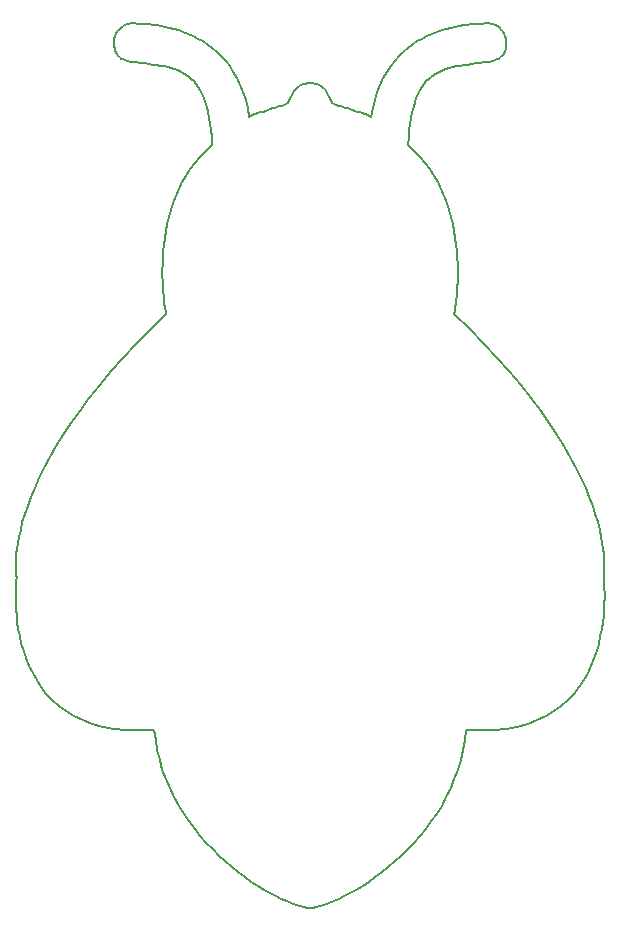
<source format=gbr>
%TF.GenerationSoftware,KiCad,Pcbnew,5.1.9-73d0e3b20d~88~ubuntu20.04.1*%
%TF.CreationDate,2021-08-18T16:36:35+05:30*%
%TF.ProjectId,MAP6,4d415036-2e6b-4696-9361-645f70636258,1*%
%TF.SameCoordinates,Original*%
%TF.FileFunction,Profile,NP*%
%FSLAX46Y46*%
G04 Gerber Fmt 4.6, Leading zero omitted, Abs format (unit mm)*
G04 Created by KiCad (PCBNEW 5.1.9-73d0e3b20d~88~ubuntu20.04.1) date 2021-08-18 16:36:35*
%MOMM*%
%LPD*%
G01*
G04 APERTURE LIST*
%TA.AperFunction,Profile*%
%ADD10C,0.150000*%
%TD*%
G04 APERTURE END LIST*
D10*
X150334952Y-74434502D02*
X150227709Y-74167389D01*
X150227709Y-74167389D02*
X150121869Y-73930580D01*
X150121869Y-73930580D02*
X150016880Y-73722168D01*
X150016880Y-73722168D02*
X149912196Y-73540246D01*
X149912196Y-73540246D02*
X149807264Y-73382906D01*
X149807264Y-73382906D02*
X149701538Y-73248241D01*
X149701538Y-73248241D02*
X149594467Y-73134343D01*
X149594467Y-73134343D02*
X149430136Y-72998261D01*
X149430136Y-72998261D02*
X149259690Y-72898177D01*
X149259690Y-72898177D02*
X149081275Y-72827652D01*
X149081275Y-72827652D02*
X148893035Y-72780248D01*
X148893035Y-72780248D02*
X148693118Y-72749529D01*
X148693118Y-72749529D02*
X148479670Y-72729056D01*
X153621966Y-75555562D02*
X153374328Y-75461249D01*
X153374328Y-75461249D02*
X153135233Y-75372319D01*
X153135233Y-75372319D02*
X152904057Y-75288312D01*
X152904057Y-75288312D02*
X152680172Y-75208767D01*
X152680172Y-75208767D02*
X152462956Y-75133222D01*
X152462956Y-75133222D02*
X152251784Y-75061217D01*
X152251784Y-75061217D02*
X152046029Y-74992292D01*
X152046029Y-74992292D02*
X151845068Y-74925985D01*
X151845068Y-74925985D02*
X151648275Y-74861835D01*
X151648275Y-74861835D02*
X151455026Y-74799383D01*
X151455026Y-74799383D02*
X151264695Y-74738167D01*
X151264695Y-74738167D02*
X151076658Y-74677726D01*
X151076658Y-74677726D02*
X150890290Y-74617600D01*
X150890290Y-74617600D02*
X150704967Y-74557328D01*
X150704967Y-74557328D02*
X150520062Y-74496448D01*
X150520062Y-74496448D02*
X150334952Y-74434502D01*
X163306431Y-67662561D02*
X163139035Y-67674560D01*
X163139035Y-67674560D02*
X162817002Y-67688149D01*
X162817002Y-67688149D02*
X162604442Y-67699730D01*
X162604442Y-67699730D02*
X162360957Y-67716738D01*
X162360957Y-67716738D02*
X162089125Y-67740849D01*
X162089125Y-67740849D02*
X161791525Y-67773740D01*
X161791525Y-67773740D02*
X161470735Y-67817086D01*
X161470735Y-67817086D02*
X161129332Y-67872565D01*
X161129332Y-67872565D02*
X160769896Y-67941852D01*
X160769896Y-67941852D02*
X160395005Y-68026624D01*
X160395005Y-68026624D02*
X160007236Y-68128557D01*
X160007236Y-68128557D02*
X159609168Y-68249328D01*
X159609168Y-68249328D02*
X159203379Y-68390613D01*
X159203379Y-68390613D02*
X158792448Y-68554089D01*
X158792448Y-68554089D02*
X158378951Y-68741432D01*
X158378951Y-68741432D02*
X157965469Y-68954318D01*
X157965469Y-68954318D02*
X157554579Y-69194424D01*
X157554579Y-69194424D02*
X157148859Y-69463427D01*
X157148859Y-69463427D02*
X156750887Y-69763001D01*
X156750887Y-69763001D02*
X156363242Y-70094825D01*
X156363242Y-70094825D02*
X155988502Y-70460574D01*
X155988502Y-70460574D02*
X155629245Y-70861925D01*
X155629245Y-70861925D02*
X155288049Y-71300554D01*
X155288049Y-71300554D02*
X154967493Y-71778137D01*
X154967493Y-71778137D02*
X154670155Y-72296352D01*
X154670155Y-72296352D02*
X154398612Y-72856873D01*
X154398612Y-72856873D02*
X154155444Y-73461379D01*
X154155444Y-73461379D02*
X153943228Y-74111544D01*
X153943228Y-74111544D02*
X153764542Y-74809046D01*
X153764542Y-74809046D02*
X153621966Y-75555562D01*
X165050305Y-68944172D02*
X164988650Y-68730875D01*
X164988650Y-68730875D02*
X164905101Y-68531698D01*
X164905101Y-68531698D02*
X164799944Y-68348423D01*
X164799944Y-68348423D02*
X164673464Y-68182836D01*
X164673464Y-68182836D02*
X164525946Y-68036718D01*
X164525946Y-68036718D02*
X164357677Y-67911853D01*
X164357677Y-67911853D02*
X164168941Y-67810024D01*
X164168941Y-67810024D02*
X163960026Y-67733015D01*
X163960026Y-67733015D02*
X163809678Y-67696345D01*
X163809678Y-67696345D02*
X163650574Y-67672027D01*
X163650574Y-67672027D02*
X163482796Y-67660589D01*
X163482796Y-67660589D02*
X163306431Y-67662561D01*
X164007362Y-70844287D02*
X164166668Y-70788564D01*
X164166668Y-70788564D02*
X164313311Y-70720086D01*
X164313311Y-70720086D02*
X164447317Y-70639784D01*
X164447317Y-70639784D02*
X164568708Y-70548592D01*
X164568708Y-70548592D02*
X164727196Y-70393422D01*
X164727196Y-70393422D02*
X164857439Y-70218993D01*
X164857439Y-70218993D02*
X164959518Y-70028450D01*
X164959518Y-70028450D02*
X165033514Y-69824940D01*
X165033514Y-69824940D02*
X165079509Y-69611611D01*
X165079509Y-69611611D02*
X165097584Y-69391609D01*
X165097584Y-69391609D02*
X165087823Y-69168080D01*
X165087823Y-69168080D02*
X165065889Y-69018656D01*
X165065889Y-69018656D02*
X165050305Y-68944172D01*
X156771293Y-77962374D02*
X156817751Y-77322840D01*
X156817751Y-77322840D02*
X156876698Y-76726701D01*
X156876698Y-76726701D02*
X156948043Y-76172307D01*
X156948043Y-76172307D02*
X157031698Y-75658010D01*
X157031698Y-75658010D02*
X157127573Y-75182162D01*
X157127573Y-75182162D02*
X157235577Y-74743114D01*
X157235577Y-74743114D02*
X157355621Y-74339217D01*
X157355621Y-74339217D02*
X157487615Y-73968824D01*
X157487615Y-73968824D02*
X157631471Y-73630285D01*
X157631471Y-73630285D02*
X157787097Y-73321952D01*
X157787097Y-73321952D02*
X157954404Y-73042177D01*
X157954404Y-73042177D02*
X158133303Y-72789311D01*
X158133303Y-72789311D02*
X158323703Y-72561706D01*
X158323703Y-72561706D02*
X158525516Y-72357713D01*
X158525516Y-72357713D02*
X158738651Y-72175684D01*
X158738651Y-72175684D02*
X158963019Y-72013970D01*
X158963019Y-72013970D02*
X159198530Y-71870923D01*
X159198530Y-71870923D02*
X159445095Y-71744895D01*
X159445095Y-71744895D02*
X159702623Y-71634237D01*
X159702623Y-71634237D02*
X159971025Y-71537300D01*
X159971025Y-71537300D02*
X160250211Y-71452436D01*
X160250211Y-71452436D02*
X160540091Y-71377996D01*
X160540091Y-71377996D02*
X160840577Y-71312333D01*
X160840577Y-71312333D02*
X161151577Y-71253797D01*
X161151577Y-71253797D02*
X161473003Y-71200740D01*
X161473003Y-71200740D02*
X161804765Y-71151514D01*
X161804765Y-71151514D02*
X162146772Y-71104470D01*
X162146772Y-71104470D02*
X162498936Y-71057960D01*
X162498936Y-71057960D02*
X162861167Y-71010335D01*
X162861167Y-71010335D02*
X163233375Y-70959947D01*
X163233375Y-70959947D02*
X163615469Y-70905147D01*
X163615469Y-70905147D02*
X164007362Y-70844287D01*
X160679234Y-92289947D02*
X160721578Y-92053424D01*
X160721578Y-92053424D02*
X160749812Y-91876243D01*
X160749812Y-91876243D02*
X160782166Y-91654128D01*
X160782166Y-91654128D02*
X160816878Y-91389622D01*
X160816878Y-91389622D02*
X160852185Y-91085268D01*
X160852185Y-91085268D02*
X160886323Y-90743609D01*
X160886323Y-90743609D02*
X160917531Y-90367186D01*
X160917531Y-90367186D02*
X160944044Y-89958542D01*
X160944044Y-89958542D02*
X160964099Y-89520219D01*
X160964099Y-89520219D02*
X160975935Y-89054760D01*
X160975935Y-89054760D02*
X160977787Y-88564708D01*
X160977787Y-88564708D02*
X160967892Y-88052605D01*
X160967892Y-88052605D02*
X160944488Y-87520993D01*
X160944488Y-87520993D02*
X160905812Y-86972414D01*
X160905812Y-86972414D02*
X160850099Y-86409412D01*
X160850099Y-86409412D02*
X160775589Y-85834528D01*
X160775589Y-85834528D02*
X160680517Y-85250306D01*
X160680517Y-85250306D02*
X160563120Y-84659286D01*
X160563120Y-84659286D02*
X160421635Y-84064013D01*
X160421635Y-84064013D02*
X160254300Y-83467028D01*
X160254300Y-83467028D02*
X160059351Y-82870874D01*
X160059351Y-82870874D02*
X159835025Y-82278093D01*
X159835025Y-82278093D02*
X159579560Y-81691228D01*
X159579560Y-81691228D02*
X159291192Y-81112820D01*
X159291192Y-81112820D02*
X158968157Y-80545414D01*
X158968157Y-80545414D02*
X158608694Y-79991550D01*
X158608694Y-79991550D02*
X158211039Y-79453772D01*
X158211039Y-79453772D02*
X157773429Y-78934621D01*
X157773429Y-78934621D02*
X157294101Y-78436641D01*
X157294101Y-78436641D02*
X156771293Y-77962374D01*
X173335769Y-114624808D02*
X173366572Y-114395918D01*
X173366572Y-114395918D02*
X173381823Y-114219891D01*
X173381823Y-114219891D02*
X173394123Y-113995246D01*
X173394123Y-113995246D02*
X173400206Y-113722734D01*
X173400206Y-113722734D02*
X173396808Y-113403103D01*
X173396808Y-113403103D02*
X173380664Y-113037103D01*
X173380664Y-113037103D02*
X173348507Y-112625482D01*
X173348507Y-112625482D02*
X173297072Y-112168990D01*
X173297072Y-112168990D02*
X173223095Y-111668376D01*
X173223095Y-111668376D02*
X173123310Y-111124388D01*
X173123310Y-111124388D02*
X172994450Y-110537777D01*
X172994450Y-110537777D02*
X172833252Y-109909291D01*
X172833252Y-109909291D02*
X172636450Y-109239679D01*
X172636450Y-109239679D02*
X172400778Y-108529690D01*
X172400778Y-108529690D02*
X172122971Y-107780074D01*
X172122971Y-107780074D02*
X171799764Y-106991580D01*
X171799764Y-106991580D02*
X171427891Y-106164957D01*
X171427891Y-106164957D02*
X171004087Y-105300953D01*
X171004087Y-105300953D02*
X170525086Y-104400319D01*
X170525086Y-104400319D02*
X169987624Y-103463803D01*
X169987624Y-103463803D02*
X169388435Y-102492154D01*
X169388435Y-102492154D02*
X168724254Y-101486121D01*
X168724254Y-101486121D02*
X167991814Y-100446454D01*
X167991814Y-100446454D02*
X167187852Y-99373902D01*
X167187852Y-99373902D02*
X166309101Y-98269213D01*
X166309101Y-98269213D02*
X165352297Y-97133137D01*
X165352297Y-97133137D02*
X164314173Y-95966424D01*
X164314173Y-95966424D02*
X163191465Y-94769821D01*
X163191465Y-94769821D02*
X161980907Y-93544079D01*
X161980907Y-93544079D02*
X160679234Y-92289947D01*
X161663083Y-127456100D02*
X162876260Y-127509328D01*
X162876260Y-127509328D02*
X164003793Y-127480642D01*
X164003793Y-127480642D02*
X165048775Y-127375302D01*
X165048775Y-127375302D02*
X166014294Y-127198570D01*
X166014294Y-127198570D02*
X166903443Y-126955706D01*
X166903443Y-126955706D02*
X167719311Y-126651973D01*
X167719311Y-126651973D02*
X168464990Y-126292630D01*
X168464990Y-126292630D02*
X169143570Y-125882938D01*
X169143570Y-125882938D02*
X169758142Y-125428160D01*
X169758142Y-125428160D02*
X170311796Y-124933556D01*
X170311796Y-124933556D02*
X170807624Y-124404388D01*
X170807624Y-124404388D02*
X171248716Y-123845916D01*
X171248716Y-123845916D02*
X171638163Y-123263401D01*
X171638163Y-123263401D02*
X171979056Y-122662104D01*
X171979056Y-122662104D02*
X172274485Y-122047288D01*
X172274485Y-122047288D02*
X172527541Y-121424212D01*
X172527541Y-121424212D02*
X172741315Y-120798138D01*
X172741315Y-120798138D02*
X172918898Y-120174327D01*
X172918898Y-120174327D02*
X173063379Y-119558040D01*
X173063379Y-119558040D02*
X173177851Y-118954539D01*
X173177851Y-118954539D02*
X173265404Y-118369083D01*
X173265404Y-118369083D02*
X173329128Y-117806935D01*
X173329128Y-117806935D02*
X173372115Y-117273356D01*
X173372115Y-117273356D02*
X173397455Y-116773606D01*
X173397455Y-116773606D02*
X173408238Y-116312947D01*
X173408238Y-116312947D02*
X173407556Y-115896640D01*
X173407556Y-115896640D02*
X173398499Y-115529946D01*
X173398499Y-115529946D02*
X173384158Y-115218126D01*
X173384158Y-115218126D02*
X173367624Y-114966441D01*
X173367624Y-114966441D02*
X173351987Y-114780152D01*
X173351987Y-114780152D02*
X173335769Y-114624808D01*
X148479670Y-142556850D02*
X148714623Y-142540900D01*
X148714623Y-142540900D02*
X148992831Y-142493208D01*
X148992831Y-142493208D02*
X149311107Y-142414005D01*
X149311107Y-142414005D02*
X149666271Y-142303525D01*
X149666271Y-142303525D02*
X150055138Y-142161999D01*
X150055138Y-142161999D02*
X150474525Y-141989662D01*
X150474525Y-141989662D02*
X150921250Y-141786744D01*
X150921250Y-141786744D02*
X151392128Y-141553480D01*
X151392128Y-141553480D02*
X151883977Y-141290101D01*
X151883977Y-141290101D02*
X152393614Y-140996841D01*
X152393614Y-140996841D02*
X152917855Y-140673932D01*
X152917855Y-140673932D02*
X153453517Y-140321607D01*
X153453517Y-140321607D02*
X153997417Y-139940099D01*
X153997417Y-139940099D02*
X154546371Y-139529640D01*
X154546371Y-139529640D02*
X155097198Y-139090463D01*
X155097198Y-139090463D02*
X155646712Y-138622801D01*
X155646712Y-138622801D02*
X156191732Y-138126886D01*
X156191732Y-138126886D02*
X156729074Y-137602952D01*
X156729074Y-137602952D02*
X157255555Y-137051230D01*
X157255555Y-137051230D02*
X157767991Y-136471954D01*
X157767991Y-136471954D02*
X158263200Y-135865356D01*
X158263200Y-135865356D02*
X158737998Y-135231669D01*
X158737998Y-135231669D02*
X159189201Y-134571126D01*
X159189201Y-134571126D02*
X159613628Y-133883959D01*
X159613628Y-133883959D02*
X160008095Y-133170401D01*
X160008095Y-133170401D02*
X160369418Y-132430685D01*
X160369418Y-132430685D02*
X160694414Y-131665044D01*
X160694414Y-131665044D02*
X160979900Y-130873710D01*
X160979900Y-130873710D02*
X161222693Y-130056916D01*
X161222693Y-130056916D02*
X161419610Y-129214894D01*
X161419610Y-129214894D02*
X161567468Y-128347878D01*
X161567468Y-128347878D02*
X161663083Y-127456100D01*
X146624388Y-74434502D02*
X146731630Y-74167389D01*
X146731630Y-74167389D02*
X146837471Y-73930580D01*
X146837471Y-73930580D02*
X146942459Y-73722168D01*
X146942459Y-73722168D02*
X147047144Y-73540246D01*
X147047144Y-73540246D02*
X147152075Y-73382906D01*
X147152075Y-73382906D02*
X147257801Y-73248241D01*
X147257801Y-73248241D02*
X147364873Y-73134343D01*
X147364873Y-73134343D02*
X147529203Y-72998261D01*
X147529203Y-72998261D02*
X147699649Y-72898177D01*
X147699649Y-72898177D02*
X147878064Y-72827652D01*
X147878064Y-72827652D02*
X148066304Y-72780248D01*
X148066304Y-72780248D02*
X148266221Y-72749529D01*
X148266221Y-72749529D02*
X148479670Y-72729056D01*
X143337376Y-75555562D02*
X143585013Y-75461249D01*
X143585013Y-75461249D02*
X143824108Y-75372319D01*
X143824108Y-75372319D02*
X144055284Y-75288312D01*
X144055284Y-75288312D02*
X144279168Y-75208767D01*
X144279168Y-75208767D02*
X144496384Y-75133222D01*
X144496384Y-75133222D02*
X144707557Y-75061217D01*
X144707557Y-75061217D02*
X144913312Y-74992292D01*
X144913312Y-74992292D02*
X145114273Y-74925985D01*
X145114273Y-74925985D02*
X145311065Y-74861835D01*
X145311065Y-74861835D02*
X145504315Y-74799383D01*
X145504315Y-74799383D02*
X145694645Y-74738167D01*
X145694645Y-74738167D02*
X145882682Y-74677726D01*
X145882682Y-74677726D02*
X146069049Y-74617600D01*
X146069049Y-74617600D02*
X146254373Y-74557328D01*
X146254373Y-74557328D02*
X146439277Y-74496448D01*
X146439277Y-74496448D02*
X146624388Y-74434502D01*
X133652914Y-67662561D02*
X133820309Y-67674560D01*
X133820309Y-67674560D02*
X134142342Y-67688149D01*
X134142342Y-67688149D02*
X134354902Y-67699730D01*
X134354902Y-67699730D02*
X134598387Y-67716738D01*
X134598387Y-67716738D02*
X134870218Y-67740849D01*
X134870218Y-67740849D02*
X135167818Y-67773740D01*
X135167818Y-67773740D02*
X135488609Y-67817086D01*
X135488609Y-67817086D02*
X135830011Y-67872565D01*
X135830011Y-67872565D02*
X136189447Y-67941852D01*
X136189447Y-67941852D02*
X136564338Y-68026624D01*
X136564338Y-68026624D02*
X136952107Y-68128557D01*
X136952107Y-68128557D02*
X137350175Y-68249328D01*
X137350175Y-68249328D02*
X137755964Y-68390613D01*
X137755964Y-68390613D02*
X138166895Y-68554089D01*
X138166895Y-68554089D02*
X138580391Y-68741432D01*
X138580391Y-68741432D02*
X138993873Y-68954318D01*
X138993873Y-68954318D02*
X139404763Y-69194424D01*
X139404763Y-69194424D02*
X139810483Y-69463427D01*
X139810483Y-69463427D02*
X140208454Y-69763001D01*
X140208454Y-69763001D02*
X140596099Y-70094825D01*
X140596099Y-70094825D02*
X140970839Y-70460574D01*
X140970839Y-70460574D02*
X141330096Y-70861925D01*
X141330096Y-70861925D02*
X141671292Y-71300554D01*
X141671292Y-71300554D02*
X141991848Y-71778137D01*
X141991848Y-71778137D02*
X142289187Y-72296352D01*
X142289187Y-72296352D02*
X142560729Y-72856873D01*
X142560729Y-72856873D02*
X142803897Y-73461379D01*
X142803897Y-73461379D02*
X143016113Y-74111544D01*
X143016113Y-74111544D02*
X143194799Y-74809046D01*
X143194799Y-74809046D02*
X143337376Y-75555562D01*
X131909040Y-68944172D02*
X131970694Y-68730875D01*
X131970694Y-68730875D02*
X132054243Y-68531698D01*
X132054243Y-68531698D02*
X132159400Y-68348423D01*
X132159400Y-68348423D02*
X132285880Y-68182836D01*
X132285880Y-68182836D02*
X132433398Y-68036718D01*
X132433398Y-68036718D02*
X132601667Y-67911853D01*
X132601667Y-67911853D02*
X132790402Y-67810024D01*
X132790402Y-67810024D02*
X132999318Y-67733015D01*
X132999318Y-67733015D02*
X133149665Y-67696345D01*
X133149665Y-67696345D02*
X133308770Y-67672027D01*
X133308770Y-67672027D02*
X133476548Y-67660589D01*
X133476548Y-67660589D02*
X133652914Y-67662561D01*
X132951982Y-70844287D02*
X132792675Y-70788564D01*
X132792675Y-70788564D02*
X132646032Y-70720086D01*
X132646032Y-70720086D02*
X132512026Y-70639784D01*
X132512026Y-70639784D02*
X132390635Y-70548592D01*
X132390635Y-70548592D02*
X132232147Y-70393422D01*
X132232147Y-70393422D02*
X132101904Y-70218993D01*
X132101904Y-70218993D02*
X131999826Y-70028450D01*
X131999826Y-70028450D02*
X131925830Y-69824940D01*
X131925830Y-69824940D02*
X131879835Y-69611611D01*
X131879835Y-69611611D02*
X131861759Y-69391609D01*
X131861759Y-69391609D02*
X131871521Y-69168080D01*
X131871521Y-69168080D02*
X131893455Y-69018656D01*
X131893455Y-69018656D02*
X131909040Y-68944172D01*
X140188049Y-77962374D02*
X140141590Y-77322840D01*
X140141590Y-77322840D02*
X140082644Y-76726701D01*
X140082644Y-76726701D02*
X140011298Y-76172307D01*
X140011298Y-76172307D02*
X139927643Y-75658010D01*
X139927643Y-75658010D02*
X139831769Y-75182162D01*
X139831769Y-75182162D02*
X139723765Y-74743114D01*
X139723765Y-74743114D02*
X139603721Y-74339217D01*
X139603721Y-74339217D02*
X139471727Y-73968824D01*
X139471727Y-73968824D02*
X139327872Y-73630285D01*
X139327872Y-73630285D02*
X139172246Y-73321952D01*
X139172246Y-73321952D02*
X139004939Y-73042177D01*
X139004939Y-73042177D02*
X138826040Y-72789311D01*
X138826040Y-72789311D02*
X138635639Y-72561706D01*
X138635639Y-72561706D02*
X138433826Y-72357713D01*
X138433826Y-72357713D02*
X138220691Y-72175684D01*
X138220691Y-72175684D02*
X137996323Y-72013970D01*
X137996323Y-72013970D02*
X137760812Y-71870923D01*
X137760812Y-71870923D02*
X137514248Y-71744895D01*
X137514248Y-71744895D02*
X137256720Y-71634237D01*
X137256720Y-71634237D02*
X136988318Y-71537300D01*
X136988318Y-71537300D02*
X136709132Y-71452436D01*
X136709132Y-71452436D02*
X136419252Y-71377996D01*
X136419252Y-71377996D02*
X136118766Y-71312333D01*
X136118766Y-71312333D02*
X135807766Y-71253797D01*
X135807766Y-71253797D02*
X135486340Y-71200740D01*
X135486340Y-71200740D02*
X135154578Y-71151514D01*
X135154578Y-71151514D02*
X134812571Y-71104470D01*
X134812571Y-71104470D02*
X134460407Y-71057960D01*
X134460407Y-71057960D02*
X134098176Y-71010335D01*
X134098176Y-71010335D02*
X133725968Y-70959947D01*
X133725968Y-70959947D02*
X133343874Y-70905147D01*
X133343874Y-70905147D02*
X132951982Y-70844287D01*
X136280109Y-92289947D02*
X136237764Y-92053424D01*
X136237764Y-92053424D02*
X136209530Y-91876243D01*
X136209530Y-91876243D02*
X136177176Y-91654128D01*
X136177176Y-91654128D02*
X136142464Y-91389622D01*
X136142464Y-91389622D02*
X136107157Y-91085268D01*
X136107157Y-91085268D02*
X136073019Y-90743609D01*
X136073019Y-90743609D02*
X136041812Y-90367186D01*
X136041812Y-90367186D02*
X136015299Y-89958542D01*
X136015299Y-89958542D02*
X135995243Y-89520219D01*
X135995243Y-89520219D02*
X135983408Y-89054760D01*
X135983408Y-89054760D02*
X135981556Y-88564708D01*
X135981556Y-88564708D02*
X135991451Y-88052605D01*
X135991451Y-88052605D02*
X136014855Y-87520993D01*
X136014855Y-87520993D02*
X136053531Y-86972414D01*
X136053531Y-86972414D02*
X136109243Y-86409412D01*
X136109243Y-86409412D02*
X136183754Y-85834528D01*
X136183754Y-85834528D02*
X136278826Y-85250306D01*
X136278826Y-85250306D02*
X136396223Y-84659286D01*
X136396223Y-84659286D02*
X136537707Y-84064013D01*
X136537707Y-84064013D02*
X136705043Y-83467028D01*
X136705043Y-83467028D02*
X136899991Y-82870874D01*
X136899991Y-82870874D02*
X137124317Y-82278093D01*
X137124317Y-82278093D02*
X137379782Y-81691228D01*
X137379782Y-81691228D02*
X137668151Y-81112820D01*
X137668151Y-81112820D02*
X137991185Y-80545414D01*
X137991185Y-80545414D02*
X138350648Y-79991550D01*
X138350648Y-79991550D02*
X138748302Y-79453772D01*
X138748302Y-79453772D02*
X139185912Y-78934621D01*
X139185912Y-78934621D02*
X139665240Y-78436641D01*
X139665240Y-78436641D02*
X140188049Y-77962374D01*
X123623575Y-114624808D02*
X123592771Y-114395918D01*
X123592771Y-114395918D02*
X123577520Y-114219891D01*
X123577520Y-114219891D02*
X123565221Y-113995246D01*
X123565221Y-113995246D02*
X123559137Y-113722734D01*
X123559137Y-113722734D02*
X123562535Y-113403103D01*
X123562535Y-113403103D02*
X123578679Y-113037103D01*
X123578679Y-113037103D02*
X123610836Y-112625482D01*
X123610836Y-112625482D02*
X123662271Y-112168990D01*
X123662271Y-112168990D02*
X123736248Y-111668376D01*
X123736248Y-111668376D02*
X123836034Y-111124388D01*
X123836034Y-111124388D02*
X123964893Y-110537777D01*
X123964893Y-110537777D02*
X124126091Y-109909291D01*
X124126091Y-109909291D02*
X124322893Y-109239679D01*
X124322893Y-109239679D02*
X124558565Y-108529690D01*
X124558565Y-108529690D02*
X124836372Y-107780074D01*
X124836372Y-107780074D02*
X125159580Y-106991580D01*
X125159580Y-106991580D02*
X125531452Y-106164957D01*
X125531452Y-106164957D02*
X125955256Y-105300953D01*
X125955256Y-105300953D02*
X126434257Y-104400319D01*
X126434257Y-104400319D02*
X126971719Y-103463803D01*
X126971719Y-103463803D02*
X127570908Y-102492154D01*
X127570908Y-102492154D02*
X128235089Y-101486121D01*
X128235089Y-101486121D02*
X128967528Y-100446454D01*
X128967528Y-100446454D02*
X129771491Y-99373902D01*
X129771491Y-99373902D02*
X130650241Y-98269213D01*
X130650241Y-98269213D02*
X131607046Y-97133137D01*
X131607046Y-97133137D02*
X132645170Y-95966424D01*
X132645170Y-95966424D02*
X133767878Y-94769821D01*
X133767878Y-94769821D02*
X134978435Y-93544079D01*
X134978435Y-93544079D02*
X136280109Y-92289947D01*
X135296262Y-127456100D02*
X134083084Y-127509328D01*
X134083084Y-127509328D02*
X132955551Y-127480642D01*
X132955551Y-127480642D02*
X131910569Y-127375302D01*
X131910569Y-127375302D02*
X130945050Y-127198570D01*
X130945050Y-127198570D02*
X130055901Y-126955706D01*
X130055901Y-126955706D02*
X129240033Y-126651973D01*
X129240033Y-126651973D02*
X128494354Y-126292630D01*
X128494354Y-126292630D02*
X127815774Y-125882938D01*
X127815774Y-125882938D02*
X127201202Y-125428160D01*
X127201202Y-125428160D02*
X126647548Y-124933556D01*
X126647548Y-124933556D02*
X126151720Y-124404388D01*
X126151720Y-124404388D02*
X125710628Y-123845916D01*
X125710628Y-123845916D02*
X125321180Y-123263401D01*
X125321180Y-123263401D02*
X124980288Y-122662104D01*
X124980288Y-122662104D02*
X124684859Y-122047288D01*
X124684859Y-122047288D02*
X124431803Y-121424212D01*
X124431803Y-121424212D02*
X124218028Y-120798138D01*
X124218028Y-120798138D02*
X124040446Y-120174327D01*
X124040446Y-120174327D02*
X123895964Y-119558040D01*
X123895964Y-119558040D02*
X123781492Y-118954539D01*
X123781492Y-118954539D02*
X123693939Y-118369083D01*
X123693939Y-118369083D02*
X123630215Y-117806935D01*
X123630215Y-117806935D02*
X123587228Y-117273356D01*
X123587228Y-117273356D02*
X123561889Y-116773606D01*
X123561889Y-116773606D02*
X123551105Y-116312947D01*
X123551105Y-116312947D02*
X123551787Y-115896640D01*
X123551787Y-115896640D02*
X123560844Y-115529946D01*
X123560844Y-115529946D02*
X123575185Y-115218126D01*
X123575185Y-115218126D02*
X123591719Y-114966441D01*
X123591719Y-114966441D02*
X123607356Y-114780152D01*
X123607356Y-114780152D02*
X123623575Y-114624808D01*
X148479670Y-142556850D02*
X148244716Y-142540900D01*
X148244716Y-142540900D02*
X147966509Y-142493208D01*
X147966509Y-142493208D02*
X147648232Y-142414005D01*
X147648232Y-142414005D02*
X147293068Y-142303525D01*
X147293068Y-142303525D02*
X146904202Y-142161999D01*
X146904202Y-142161999D02*
X146484814Y-141989662D01*
X146484814Y-141989662D02*
X146038090Y-141786744D01*
X146038090Y-141786744D02*
X145567212Y-141553480D01*
X145567212Y-141553480D02*
X145075363Y-141290101D01*
X145075363Y-141290101D02*
X144565727Y-140996841D01*
X144565727Y-140996841D02*
X144041486Y-140673932D01*
X144041486Y-140673932D02*
X143505824Y-140321607D01*
X143505824Y-140321607D02*
X142961924Y-139940099D01*
X142961924Y-139940099D02*
X142412970Y-139529640D01*
X142412970Y-139529640D02*
X141862143Y-139090463D01*
X141862143Y-139090463D02*
X141312629Y-138622801D01*
X141312629Y-138622801D02*
X140767609Y-138126886D01*
X140767609Y-138126886D02*
X140230267Y-137602952D01*
X140230267Y-137602952D02*
X139703787Y-137051230D01*
X139703787Y-137051230D02*
X139191351Y-136471954D01*
X139191351Y-136471954D02*
X138696142Y-135865356D01*
X138696142Y-135865356D02*
X138221345Y-135231669D01*
X138221345Y-135231669D02*
X137770141Y-134571126D01*
X137770141Y-134571126D02*
X137345714Y-133883959D01*
X137345714Y-133883959D02*
X136951248Y-133170401D01*
X136951248Y-133170401D02*
X136589925Y-132430685D01*
X136589925Y-132430685D02*
X136264929Y-131665044D01*
X136264929Y-131665044D02*
X135979443Y-130873710D01*
X135979443Y-130873710D02*
X135736650Y-130056916D01*
X135736650Y-130056916D02*
X135539733Y-129214894D01*
X135539733Y-129214894D02*
X135391876Y-128347878D01*
X135391876Y-128347878D02*
X135296262Y-127456100D01*
M02*

</source>
